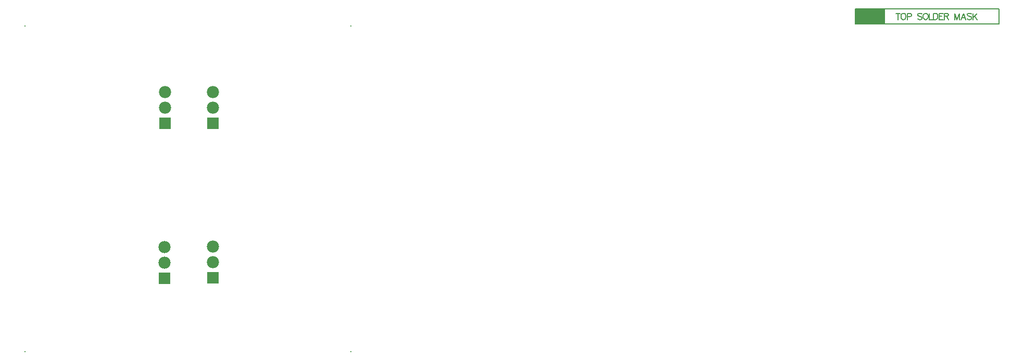
<source format=gts>
G04 Layer_Color=8388736*
%FSLAX44Y44*%
%MOMM*%
G71*
G01*
G75*
%ADD14C,0.1270*%
%ADD15R,4.8260X2.4130*%
%ADD16C,1.9812*%
%ADD17R,1.9812X1.9812*%
%ADD18C,0.2032*%
D14*
X3075590Y1882992D02*
X3309270D01*
Y1858862D02*
Y1882992D01*
X3075590Y1858862D02*
Y1882992D01*
Y1858862D02*
X3309270D01*
X3145016Y1875877D02*
Y1865719D01*
X3141630Y1875877D02*
X3148402D01*
X3152514D02*
X3151546Y1875394D01*
X3150579Y1874426D01*
X3150095Y1873459D01*
X3149612Y1872008D01*
Y1869589D01*
X3150095Y1868138D01*
X3150579Y1867171D01*
X3151546Y1866203D01*
X3152514Y1865719D01*
X3154449D01*
X3155416Y1866203D01*
X3156383Y1867171D01*
X3156867Y1868138D01*
X3157351Y1869589D01*
Y1872008D01*
X3156867Y1873459D01*
X3156383Y1874426D01*
X3155416Y1875394D01*
X3154449Y1875877D01*
X3152514D01*
X3159721Y1870557D02*
X3164074D01*
X3165525Y1871040D01*
X3166009Y1871524D01*
X3166493Y1872491D01*
Y1873943D01*
X3166009Y1874910D01*
X3165525Y1875394D01*
X3164074Y1875877D01*
X3159721D01*
Y1865719D01*
X3183519Y1874426D02*
X3182552Y1875394D01*
X3181100Y1875877D01*
X3179166D01*
X3177715Y1875394D01*
X3176747Y1874426D01*
Y1873459D01*
X3177231Y1872491D01*
X3177715Y1872008D01*
X3178682Y1871524D01*
X3181584Y1870557D01*
X3182552Y1870073D01*
X3183036Y1869589D01*
X3183519Y1868622D01*
Y1867171D01*
X3182552Y1866203D01*
X3181100Y1865719D01*
X3179166D01*
X3177715Y1866203D01*
X3176747Y1867171D01*
X3188695Y1875877D02*
X3187727Y1875394D01*
X3186760Y1874426D01*
X3186276Y1873459D01*
X3185793Y1872008D01*
Y1869589D01*
X3186276Y1868138D01*
X3186760Y1867171D01*
X3187727Y1866203D01*
X3188695Y1865719D01*
X3190630D01*
X3191597Y1866203D01*
X3192564Y1867171D01*
X3193048Y1868138D01*
X3193532Y1869589D01*
Y1872008D01*
X3193048Y1873459D01*
X3192564Y1874426D01*
X3191597Y1875394D01*
X3190630Y1875877D01*
X3188695D01*
X3195902D02*
Y1865719D01*
X3201707D01*
X3202819Y1875877D02*
Y1865719D01*
Y1875877D02*
X3206205D01*
X3207656Y1875394D01*
X3208623Y1874426D01*
X3209107Y1873459D01*
X3209591Y1872008D01*
Y1869589D01*
X3209107Y1868138D01*
X3208623Y1867171D01*
X3207656Y1866203D01*
X3206205Y1865719D01*
X3202819D01*
X3218152Y1875877D02*
X3211864D01*
Y1865719D01*
X3218152D01*
X3211864Y1871040D02*
X3215734D01*
X3219846Y1875877D02*
Y1865719D01*
Y1875877D02*
X3224199D01*
X3225650Y1875394D01*
X3226134Y1874910D01*
X3226617Y1873943D01*
Y1872975D01*
X3226134Y1872008D01*
X3225650Y1871524D01*
X3224199Y1871040D01*
X3219846D01*
X3223232D02*
X3226617Y1865719D01*
X3236872Y1875877D02*
Y1865719D01*
Y1875877D02*
X3240742Y1865719D01*
X3244611Y1875877D02*
X3240742Y1865719D01*
X3244611Y1875877D02*
Y1865719D01*
X3255253D02*
X3251383Y1875877D01*
X3247513Y1865719D01*
X3248965Y1869106D02*
X3253802D01*
X3264395Y1874426D02*
X3263427Y1875394D01*
X3261976Y1875877D01*
X3260042D01*
X3258590Y1875394D01*
X3257623Y1874426D01*
Y1873459D01*
X3258107Y1872491D01*
X3258590Y1872008D01*
X3259558Y1871524D01*
X3262460Y1870557D01*
X3263427Y1870073D01*
X3263911Y1869589D01*
X3264395Y1868622D01*
Y1867171D01*
X3263427Y1866203D01*
X3261976Y1865719D01*
X3260042D01*
X3258590Y1866203D01*
X3257623Y1867171D01*
X3266668Y1875877D02*
Y1865719D01*
X3273440Y1875877D02*
X3266668Y1869106D01*
X3269087Y1871524D02*
X3273440Y1865719D01*
D15*
X3099720Y1870927D02*
D03*
D16*
X2031000Y1747400D02*
D03*
Y1722000D02*
D03*
X1953000Y1748000D02*
D03*
Y1722600D02*
D03*
X2031000Y1496400D02*
D03*
Y1471000D02*
D03*
X1952000Y1495000D02*
D03*
Y1469600D02*
D03*
D17*
X2031000Y1696600D02*
D03*
X1953000Y1697200D02*
D03*
X2031000Y1445600D02*
D03*
X1952000Y1444200D02*
D03*
D18*
X1725000Y1855000D02*
D03*
X2255000D02*
D03*
X1725000Y1325000D02*
D03*
X2255000D02*
D03*
M02*

</source>
